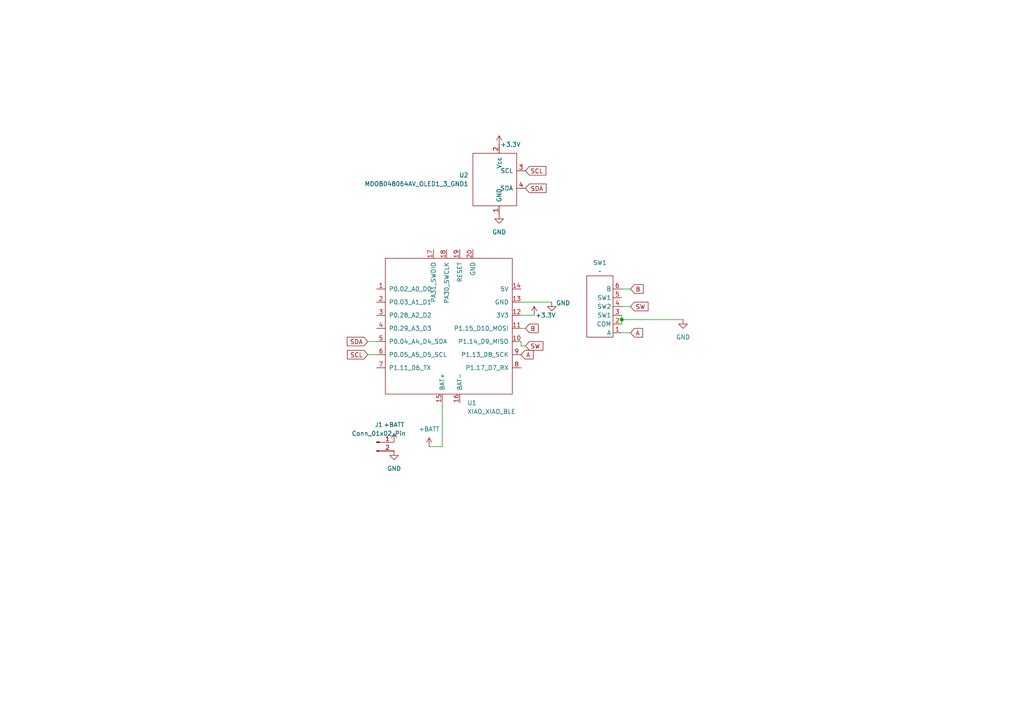
<source format=kicad_sch>
(kicad_sch
	(version 20250114)
	(generator "eeschema")
	(generator_version "9.0")
	(uuid "78fe80f1-ecc9-47ae-831c-a4e55f0ae4ab")
	(paper "A4")
	(lib_symbols
		(symbol "Connector:Conn_01x02_Pin"
			(pin_names
				(offset 1.016)
				(hide yes)
			)
			(exclude_from_sim no)
			(in_bom yes)
			(on_board yes)
			(property "Reference" "J"
				(at 0 2.54 0)
				(effects
					(font
						(size 1.27 1.27)
					)
				)
			)
			(property "Value" "Conn_01x02_Pin"
				(at 0 -5.08 0)
				(effects
					(font
						(size 1.27 1.27)
					)
				)
			)
			(property "Footprint" ""
				(at 0 0 0)
				(effects
					(font
						(size 1.27 1.27)
					)
					(hide yes)
				)
			)
			(property "Datasheet" "~"
				(at 0 0 0)
				(effects
					(font
						(size 1.27 1.27)
					)
					(hide yes)
				)
			)
			(property "Description" "Generic connector, single row, 01x02, script generated"
				(at 0 0 0)
				(effects
					(font
						(size 1.27 1.27)
					)
					(hide yes)
				)
			)
			(property "ki_locked" ""
				(at 0 0 0)
				(effects
					(font
						(size 1.27 1.27)
					)
				)
			)
			(property "ki_keywords" "connector"
				(at 0 0 0)
				(effects
					(font
						(size 1.27 1.27)
					)
					(hide yes)
				)
			)
			(property "ki_fp_filters" "Connector*:*_1x??_*"
				(at 0 0 0)
				(effects
					(font
						(size 1.27 1.27)
					)
					(hide yes)
				)
			)
			(symbol "Conn_01x02_Pin_1_1"
				(rectangle
					(start 0.8636 0.127)
					(end 0 -0.127)
					(stroke
						(width 0.1524)
						(type default)
					)
					(fill
						(type outline)
					)
				)
				(rectangle
					(start 0.8636 -2.413)
					(end 0 -2.667)
					(stroke
						(width 0.1524)
						(type default)
					)
					(fill
						(type outline)
					)
				)
				(polyline
					(pts
						(xy 1.27 0) (xy 0.8636 0)
					)
					(stroke
						(width 0.1524)
						(type default)
					)
					(fill
						(type none)
					)
				)
				(polyline
					(pts
						(xy 1.27 -2.54) (xy 0.8636 -2.54)
					)
					(stroke
						(width 0.1524)
						(type default)
					)
					(fill
						(type none)
					)
				)
				(pin passive line
					(at 5.08 0 180)
					(length 3.81)
					(name "Pin_1"
						(effects
							(font
								(size 1.27 1.27)
							)
						)
					)
					(number "1"
						(effects
							(font
								(size 1.27 1.27)
							)
						)
					)
				)
				(pin passive line
					(at 5.08 -2.54 180)
					(length 3.81)
					(name "Pin_2"
						(effects
							(font
								(size 1.27 1.27)
							)
						)
					)
					(number "2"
						(effects
							(font
								(size 1.27 1.27)
							)
						)
					)
				)
			)
			(embedded_fonts no)
		)
		(symbol "bookmark:EVQWKL001"
			(exclude_from_sim no)
			(in_bom yes)
			(on_board yes)
			(property "Reference" "SW"
				(at 0 8.382 0)
				(effects
					(font
						(size 1.27 1.27)
					)
				)
			)
			(property "Value" ""
				(at 0 0 0)
				(effects
					(font
						(size 1.27 1.27)
					)
				)
			)
			(property "Footprint" ""
				(at 0 0 0)
				(effects
					(font
						(size 1.27 1.27)
					)
					(hide yes)
				)
			)
			(property "Datasheet" ""
				(at 0 0 0)
				(effects
					(font
						(size 1.27 1.27)
					)
					(hide yes)
				)
			)
			(property "Description" ""
				(at 0 0 0)
				(effects
					(font
						(size 1.27 1.27)
					)
					(hide yes)
				)
			)
			(symbol "EVQWKL001_0_1"
				(rectangle
					(start -2.54 10.16)
					(end 5.08 -7.62)
					(stroke
						(width 0)
						(type default)
					)
					(fill
						(type none)
					)
				)
			)
			(symbol "EVQWKL001_1_1"
				(pin input line
					(at 7.62 6.35 180)
					(length 2.54)
					(name "B"
						(effects
							(font
								(size 1.27 1.27)
							)
						)
					)
					(number "6"
						(effects
							(font
								(size 1.27 1.27)
							)
						)
					)
				)
				(pin input line
					(at 7.62 3.81 180)
					(length 2.54)
					(name "SW1"
						(effects
							(font
								(size 1.27 1.27)
							)
						)
					)
					(number "5"
						(effects
							(font
								(size 1.27 1.27)
							)
						)
					)
				)
				(pin input line
					(at 7.62 1.27 180)
					(length 2.54)
					(name "SW2"
						(effects
							(font
								(size 1.27 1.27)
							)
						)
					)
					(number "4"
						(effects
							(font
								(size 1.27 1.27)
							)
						)
					)
				)
				(pin input line
					(at 7.62 -1.27 180)
					(length 2.54)
					(name "SW1"
						(effects
							(font
								(size 1.27 1.27)
							)
						)
					)
					(number "3"
						(effects
							(font
								(size 1.27 1.27)
							)
						)
					)
				)
				(pin input line
					(at 7.62 -3.81 180)
					(length 2.54)
					(name "COM"
						(effects
							(font
								(size 1.27 1.27)
							)
						)
					)
					(number "2"
						(effects
							(font
								(size 1.27 1.27)
							)
						)
					)
				)
				(pin input line
					(at 7.62 -6.35 180)
					(length 2.54)
					(name "A"
						(effects
							(font
								(size 1.27 1.27)
							)
						)
					)
					(number "1"
						(effects
							(font
								(size 1.27 1.27)
							)
						)
					)
				)
			)
			(embedded_fonts no)
		)
		(symbol "bookmark:OLED1_3_GND1-MDOB048064AV"
			(pin_names
				(offset 1.016)
			)
			(exclude_from_sim no)
			(in_bom yes)
			(on_board yes)
			(property "Reference" "U"
				(at 0 0 0)
				(effects
					(font
						(size 1.27 1.27)
					)
				)
			)
			(property "Value" "MDOB048064AV_OLED1_3_GND1"
				(at -5.08 0 90)
				(effects
					(font
						(size 1.27 1.27)
					)
				)
			)
			(property "Footprint" "KiCad_imports:OLED1_3"
				(at 0 0 0)
				(effects
					(font
						(size 1.27 1.27)
					)
					(hide yes)
				)
			)
			(property "Datasheet" ""
				(at 0 0 0)
				(effects
					(font
						(size 1.27 1.27)
					)
					(hide yes)
				)
			)
			(property "Description" ""
				(at 0 0 0)
				(effects
					(font
						(size 1.27 1.27)
					)
					(hide yes)
				)
			)
			(symbol "OLED1_3_GND1-MDOB048064AV_0_0"
				(pin power_in line
					(at 0 10.16 270)
					(length 2.54)
					(name "Vcc"
						(effects
							(font
								(size 1.27 1.27)
							)
						)
					)
					(number "2"
						(effects
							(font
								(size 1.27 1.27)
							)
						)
					)
				)
				(pin power_in line
					(at 0 -10.16 90)
					(length 2.54)
					(name "GND"
						(effects
							(font
								(size 1.27 1.27)
							)
						)
					)
					(number "1"
						(effects
							(font
								(size 1.27 1.27)
							)
						)
					)
				)
				(pin bidirectional line
					(at 7.62 2.54 180)
					(length 2.54)
					(name "SCL"
						(effects
							(font
								(size 1.27 1.27)
							)
						)
					)
					(number "3"
						(effects
							(font
								(size 1.27 1.27)
							)
						)
					)
				)
				(pin bidirectional line
					(at 7.62 -2.54 180)
					(length 2.54)
					(name "SDA"
						(effects
							(font
								(size 1.27 1.27)
							)
						)
					)
					(number "4"
						(effects
							(font
								(size 1.27 1.27)
							)
						)
					)
				)
			)
			(symbol "OLED1_3_GND1-MDOB048064AV_0_1"
				(rectangle
					(start -7.62 7.62)
					(end 5.08 -7.62)
					(stroke
						(width 0)
						(type solid)
					)
					(fill
						(type none)
					)
				)
			)
			(embedded_fonts no)
		)
		(symbol "bookmark:XIAO_BLE-XIAO"
			(pin_names
				(offset 1.016)
			)
			(exclude_from_sim no)
			(in_bom yes)
			(on_board yes)
			(property "Reference" "U"
				(at -19.05 22.86 0)
				(effects
					(font
						(size 1.27 1.27)
					)
				)
			)
			(property "Value" "XIAO_XIAO_BLE"
				(at -12.7 21.59 0)
				(effects
					(font
						(size 1.27 1.27)
					)
				)
			)
			(property "Footprint" "XIAO:Seeeduino XIAO-MOUDLE14P-2.54-21X17.8MM"
				(at -8.89 5.08 0)
				(effects
					(font
						(size 1.27 1.27)
					)
					(hide yes)
				)
			)
			(property "Datasheet" ""
				(at -8.89 5.08 0)
				(effects
					(font
						(size 1.27 1.27)
					)
					(hide yes)
				)
			)
			(property "Description" ""
				(at 0 0 0)
				(effects
					(font
						(size 1.27 1.27)
					)
					(hide yes)
				)
			)
			(symbol "XIAO_BLE-XIAO_0_1"
				(rectangle
					(start -19.05 20.32)
					(end 17.78 -19.05)
					(stroke
						(width 0)
						(type solid)
					)
					(fill
						(type none)
					)
				)
			)
			(symbol "XIAO_BLE-XIAO_1_1"
				(pin bidirectional line
					(at -21.59 11.43 0)
					(length 2.54)
					(name "P0.02_A0_D0"
						(effects
							(font
								(size 1.27 1.27)
							)
						)
					)
					(number "1"
						(effects
							(font
								(size 1.27 1.27)
							)
						)
					)
				)
				(pin bidirectional line
					(at -21.59 7.62 0)
					(length 2.54)
					(name "P0.03_A1_D1"
						(effects
							(font
								(size 1.27 1.27)
							)
						)
					)
					(number "2"
						(effects
							(font
								(size 1.27 1.27)
							)
						)
					)
				)
				(pin bidirectional line
					(at -21.59 3.81 0)
					(length 2.54)
					(name "P0.28_A2_D2"
						(effects
							(font
								(size 1.27 1.27)
							)
						)
					)
					(number "3"
						(effects
							(font
								(size 1.27 1.27)
							)
						)
					)
				)
				(pin bidirectional line
					(at -21.59 0 0)
					(length 2.54)
					(name "P0.29_A3_D3"
						(effects
							(font
								(size 1.27 1.27)
							)
						)
					)
					(number "4"
						(effects
							(font
								(size 1.27 1.27)
							)
						)
					)
				)
				(pin bidirectional line
					(at -21.59 -3.81 0)
					(length 2.54)
					(name "P0.04_A4_D4_SDA"
						(effects
							(font
								(size 1.27 1.27)
							)
						)
					)
					(number "5"
						(effects
							(font
								(size 1.27 1.27)
							)
						)
					)
				)
				(pin bidirectional line
					(at -21.59 -7.62 0)
					(length 2.54)
					(name "P0.05_A5_D5_SCL"
						(effects
							(font
								(size 1.27 1.27)
							)
						)
					)
					(number "6"
						(effects
							(font
								(size 1.27 1.27)
							)
						)
					)
				)
				(pin bidirectional line
					(at -21.59 -11.43 0)
					(length 2.54)
					(name "P1.11_D6_TX"
						(effects
							(font
								(size 1.27 1.27)
							)
						)
					)
					(number "7"
						(effects
							(font
								(size 1.27 1.27)
							)
						)
					)
				)
				(pin input line
					(at -5.08 22.86 270)
					(length 2.54)
					(name "PA31_SWDIO"
						(effects
							(font
								(size 1.27 1.27)
							)
						)
					)
					(number "17"
						(effects
							(font
								(size 1.27 1.27)
							)
						)
					)
				)
				(pin power_in line
					(at -2.54 -21.59 90)
					(length 2.54)
					(name "BAT+"
						(effects
							(font
								(size 1.27 1.27)
							)
						)
					)
					(number "15"
						(effects
							(font
								(size 1.27 1.27)
							)
						)
					)
				)
				(pin input line
					(at -1.27 22.86 270)
					(length 2.54)
					(name "PA30_SWCLK"
						(effects
							(font
								(size 1.27 1.27)
							)
						)
					)
					(number "18"
						(effects
							(font
								(size 1.27 1.27)
							)
						)
					)
				)
				(pin input line
					(at 2.54 22.86 270)
					(length 2.54)
					(name "RESET"
						(effects
							(font
								(size 1.27 1.27)
							)
						)
					)
					(number "19"
						(effects
							(font
								(size 1.27 1.27)
							)
						)
					)
				)
				(pin power_in line
					(at 2.54 -21.59 90)
					(length 2.54)
					(name "BAT-"
						(effects
							(font
								(size 1.27 1.27)
							)
						)
					)
					(number "16"
						(effects
							(font
								(size 1.27 1.27)
							)
						)
					)
				)
				(pin power_out line
					(at 6.35 22.86 270)
					(length 2.54)
					(name "GND"
						(effects
							(font
								(size 1.27 1.27)
							)
						)
					)
					(number "20"
						(effects
							(font
								(size 1.27 1.27)
							)
						)
					)
				)
				(pin power_out line
					(at 20.32 11.43 180)
					(length 2.54)
					(name "5V"
						(effects
							(font
								(size 1.27 1.27)
							)
						)
					)
					(number "14"
						(effects
							(font
								(size 1.27 1.27)
							)
						)
					)
				)
				(pin power_out line
					(at 20.32 7.62 180)
					(length 2.54)
					(name "GND"
						(effects
							(font
								(size 1.27 1.27)
							)
						)
					)
					(number "13"
						(effects
							(font
								(size 1.27 1.27)
							)
						)
					)
				)
				(pin power_out line
					(at 20.32 3.81 180)
					(length 2.54)
					(name "3V3"
						(effects
							(font
								(size 1.27 1.27)
							)
						)
					)
					(number "12"
						(effects
							(font
								(size 1.27 1.27)
							)
						)
					)
				)
				(pin bidirectional line
					(at 20.32 0 180)
					(length 2.54)
					(name "P1.15_D10_MOSI"
						(effects
							(font
								(size 1.27 1.27)
							)
						)
					)
					(number "11"
						(effects
							(font
								(size 1.27 1.27)
							)
						)
					)
				)
				(pin bidirectional line
					(at 20.32 -3.81 180)
					(length 2.54)
					(name "P1.14_D9_MISO"
						(effects
							(font
								(size 1.27 1.27)
							)
						)
					)
					(number "10"
						(effects
							(font
								(size 1.27 1.27)
							)
						)
					)
				)
				(pin bidirectional line
					(at 20.32 -7.62 180)
					(length 2.54)
					(name "P1.13_D8_SCK"
						(effects
							(font
								(size 1.27 1.27)
							)
						)
					)
					(number "9"
						(effects
							(font
								(size 1.27 1.27)
							)
						)
					)
				)
				(pin bidirectional line
					(at 20.32 -11.43 180)
					(length 2.54)
					(name "P1.17_D7_RX"
						(effects
							(font
								(size 1.27 1.27)
							)
						)
					)
					(number "8"
						(effects
							(font
								(size 1.27 1.27)
							)
						)
					)
				)
			)
			(embedded_fonts no)
		)
		(symbol "power:+3.3V"
			(power)
			(pin_numbers
				(hide yes)
			)
			(pin_names
				(offset 0)
				(hide yes)
			)
			(exclude_from_sim no)
			(in_bom yes)
			(on_board yes)
			(property "Reference" "#PWR"
				(at 0 -3.81 0)
				(effects
					(font
						(size 1.27 1.27)
					)
					(hide yes)
				)
			)
			(property "Value" "+3.3V"
				(at 0 3.556 0)
				(effects
					(font
						(size 1.27 1.27)
					)
				)
			)
			(property "Footprint" ""
				(at 0 0 0)
				(effects
					(font
						(size 1.27 1.27)
					)
					(hide yes)
				)
			)
			(property "Datasheet" ""
				(at 0 0 0)
				(effects
					(font
						(size 1.27 1.27)
					)
					(hide yes)
				)
			)
			(property "Description" "Power symbol creates a global label with name \"+3.3V\""
				(at 0 0 0)
				(effects
					(font
						(size 1.27 1.27)
					)
					(hide yes)
				)
			)
			(property "ki_keywords" "global power"
				(at 0 0 0)
				(effects
					(font
						(size 1.27 1.27)
					)
					(hide yes)
				)
			)
			(symbol "+3.3V_0_1"
				(polyline
					(pts
						(xy -0.762 1.27) (xy 0 2.54)
					)
					(stroke
						(width 0)
						(type default)
					)
					(fill
						(type none)
					)
				)
				(polyline
					(pts
						(xy 0 2.54) (xy 0.762 1.27)
					)
					(stroke
						(width 0)
						(type default)
					)
					(fill
						(type none)
					)
				)
				(polyline
					(pts
						(xy 0 0) (xy 0 2.54)
					)
					(stroke
						(width 0)
						(type default)
					)
					(fill
						(type none)
					)
				)
			)
			(symbol "+3.3V_1_1"
				(pin power_in line
					(at 0 0 90)
					(length 0)
					(name "~"
						(effects
							(font
								(size 1.27 1.27)
							)
						)
					)
					(number "1"
						(effects
							(font
								(size 1.27 1.27)
							)
						)
					)
				)
			)
			(embedded_fonts no)
		)
		(symbol "power:+BATT"
			(power)
			(pin_numbers
				(hide yes)
			)
			(pin_names
				(offset 0)
				(hide yes)
			)
			(exclude_from_sim no)
			(in_bom yes)
			(on_board yes)
			(property "Reference" "#PWR"
				(at 0 -3.81 0)
				(effects
					(font
						(size 1.27 1.27)
					)
					(hide yes)
				)
			)
			(property "Value" "+BATT"
				(at 0 3.556 0)
				(effects
					(font
						(size 1.27 1.27)
					)
				)
			)
			(property "Footprint" ""
				(at 0 0 0)
				(effects
					(font
						(size 1.27 1.27)
					)
					(hide yes)
				)
			)
			(property "Datasheet" ""
				(at 0 0 0)
				(effects
					(font
						(size 1.27 1.27)
					)
					(hide yes)
				)
			)
			(property "Description" "Power symbol creates a global label with name \"+BATT\""
				(at 0 0 0)
				(effects
					(font
						(size 1.27 1.27)
					)
					(hide yes)
				)
			)
			(property "ki_keywords" "global power battery"
				(at 0 0 0)
				(effects
					(font
						(size 1.27 1.27)
					)
					(hide yes)
				)
			)
			(symbol "+BATT_0_1"
				(polyline
					(pts
						(xy -0.762 1.27) (xy 0 2.54)
					)
					(stroke
						(width 0)
						(type default)
					)
					(fill
						(type none)
					)
				)
				(polyline
					(pts
						(xy 0 2.54) (xy 0.762 1.27)
					)
					(stroke
						(width 0)
						(type default)
					)
					(fill
						(type none)
					)
				)
				(polyline
					(pts
						(xy 0 0) (xy 0 2.54)
					)
					(stroke
						(width 0)
						(type default)
					)
					(fill
						(type none)
					)
				)
			)
			(symbol "+BATT_1_1"
				(pin power_in line
					(at 0 0 90)
					(length 0)
					(name "~"
						(effects
							(font
								(size 1.27 1.27)
							)
						)
					)
					(number "1"
						(effects
							(font
								(size 1.27 1.27)
							)
						)
					)
				)
			)
			(embedded_fonts no)
		)
		(symbol "power:GND"
			(power)
			(pin_numbers
				(hide yes)
			)
			(pin_names
				(offset 0)
				(hide yes)
			)
			(exclude_from_sim no)
			(in_bom yes)
			(on_board yes)
			(property "Reference" "#PWR"
				(at 0 -6.35 0)
				(effects
					(font
						(size 1.27 1.27)
					)
					(hide yes)
				)
			)
			(property "Value" "GND"
				(at 0 -3.81 0)
				(effects
					(font
						(size 1.27 1.27)
					)
				)
			)
			(property "Footprint" ""
				(at 0 0 0)
				(effects
					(font
						(size 1.27 1.27)
					)
					(hide yes)
				)
			)
			(property "Datasheet" ""
				(at 0 0 0)
				(effects
					(font
						(size 1.27 1.27)
					)
					(hide yes)
				)
			)
			(property "Description" "Power symbol creates a global label with name \"GND\" , ground"
				(at 0 0 0)
				(effects
					(font
						(size 1.27 1.27)
					)
					(hide yes)
				)
			)
			(property "ki_keywords" "global power"
				(at 0 0 0)
				(effects
					(font
						(size 1.27 1.27)
					)
					(hide yes)
				)
			)
			(symbol "GND_0_1"
				(polyline
					(pts
						(xy 0 0) (xy 0 -1.27) (xy 1.27 -1.27) (xy 0 -2.54) (xy -1.27 -1.27) (xy 0 -1.27)
					)
					(stroke
						(width 0)
						(type default)
					)
					(fill
						(type none)
					)
				)
			)
			(symbol "GND_1_1"
				(pin power_in line
					(at 0 0 270)
					(length 0)
					(name "~"
						(effects
							(font
								(size 1.27 1.27)
							)
						)
					)
					(number "1"
						(effects
							(font
								(size 1.27 1.27)
							)
						)
					)
				)
			)
			(embedded_fonts no)
		)
	)
	(junction
		(at 180.34 92.71)
		(diameter 0)
		(color 0 0 0 0)
		(uuid "a3fc1cd9-cd6e-454e-8399-2d3ffb2f309c")
	)
	(wire
		(pts
			(xy 151.13 100.33) (xy 151.13 99.06)
		)
		(stroke
			(width 0)
			(type default)
		)
		(uuid "11968109-878a-4741-8f60-f03d96b41ac9")
	)
	(wire
		(pts
			(xy 128.27 129.54) (xy 128.27 116.84)
		)
		(stroke
			(width 0)
			(type default)
		)
		(uuid "125be398-b132-41c6-9854-c40ee59d6d52")
	)
	(wire
		(pts
			(xy 180.34 92.71) (xy 180.34 93.98)
		)
		(stroke
			(width 0)
			(type default)
		)
		(uuid "12b1ec52-210f-44fc-bf7b-ad1f7dab8c74")
	)
	(wire
		(pts
			(xy 180.34 92.71) (xy 198.12 92.71)
		)
		(stroke
			(width 0)
			(type default)
		)
		(uuid "19789021-a829-4bee-ba3f-bc7a538abb17")
	)
	(wire
		(pts
			(xy 151.13 91.44) (xy 154.94 91.44)
		)
		(stroke
			(width 0)
			(type default)
		)
		(uuid "1d240854-fb74-417d-93d3-8bf6e01d5ed5")
	)
	(wire
		(pts
			(xy 160.02 87.63) (xy 151.13 87.63)
		)
		(stroke
			(width 0)
			(type default)
		)
		(uuid "672de6a3-ae43-4d89-b4d0-f764abca8482")
	)
	(wire
		(pts
			(xy 124.46 129.54) (xy 128.27 129.54)
		)
		(stroke
			(width 0)
			(type default)
		)
		(uuid "718b57e9-6895-480f-aafe-927ea416fd28")
	)
	(wire
		(pts
			(xy 182.88 96.52) (xy 180.34 96.52)
		)
		(stroke
			(width 0)
			(type default)
		)
		(uuid "8b588613-64cc-4824-a3dd-8b9bcb8c3498")
	)
	(wire
		(pts
			(xy 180.34 88.9) (xy 182.88 88.9)
		)
		(stroke
			(width 0)
			(type default)
		)
		(uuid "8f654504-8fcf-4b1a-bcd7-9c8452ce3f2b")
	)
	(wire
		(pts
			(xy 106.68 102.87) (xy 109.22 102.87)
		)
		(stroke
			(width 0)
			(type default)
		)
		(uuid "911ffd6f-8dc5-410a-a6e7-057aa44c9dba")
	)
	(wire
		(pts
			(xy 152.4 100.33) (xy 151.13 100.33)
		)
		(stroke
			(width 0)
			(type default)
		)
		(uuid "a7d13c25-33ff-4927-8a11-1dc5c5b26ad3")
	)
	(wire
		(pts
			(xy 152.4 95.25) (xy 151.13 95.25)
		)
		(stroke
			(width 0)
			(type default)
		)
		(uuid "ade4d035-ade9-4601-b3de-eef41d5fa0da")
	)
	(wire
		(pts
			(xy 106.68 99.06) (xy 109.22 99.06)
		)
		(stroke
			(width 0)
			(type default)
		)
		(uuid "b59399ac-acf5-4e1e-8593-d21c4946b2e3")
	)
	(wire
		(pts
			(xy 182.88 83.82) (xy 180.34 83.82)
		)
		(stroke
			(width 0)
			(type default)
		)
		(uuid "cd3c23ae-2678-4bb3-aa02-f3d38b62831b")
	)
	(wire
		(pts
			(xy 180.34 91.44) (xy 180.34 92.71)
		)
		(stroke
			(width 0)
			(type default)
		)
		(uuid "f5db8bf4-377b-4646-9086-9dba569392ad")
	)
	(global_label "SCL"
		(shape input)
		(at 106.68 102.87 180)
		(fields_autoplaced yes)
		(effects
			(font
				(size 1.27 1.27)
			)
			(justify right)
		)
		(uuid "0e9772de-afc4-4923-87d2-e5b34fa723c1")
		(property "Intersheetrefs" "${INTERSHEET_REFS}"
			(at 100.1872 102.87 0)
			(effects
				(font
					(size 1.27 1.27)
				)
				(justify right)
				(hide yes)
			)
		)
	)
	(global_label "A"
		(shape input)
		(at 151.13 102.87 0)
		(fields_autoplaced yes)
		(effects
			(font
				(size 1.27 1.27)
			)
			(justify left)
		)
		(uuid "2f1ac8e1-056b-4e13-8442-f2c676d52c01")
		(property "Intersheetrefs" "${INTERSHEET_REFS}"
			(at 155.2038 102.87 0)
			(effects
				(font
					(size 1.27 1.27)
				)
				(justify left)
				(hide yes)
			)
		)
	)
	(global_label "SW"
		(shape input)
		(at 182.88 88.9 0)
		(fields_autoplaced yes)
		(effects
			(font
				(size 1.27 1.27)
			)
			(justify left)
		)
		(uuid "3ece938b-b5c6-46d3-92bc-557b5d9cde77")
		(property "Intersheetrefs" "${INTERSHEET_REFS}"
			(at 188.5261 88.9 0)
			(effects
				(font
					(size 1.27 1.27)
				)
				(justify left)
				(hide yes)
			)
		)
	)
	(global_label "B"
		(shape input)
		(at 152.4 95.25 0)
		(fields_autoplaced yes)
		(effects
			(font
				(size 1.27 1.27)
			)
			(justify left)
		)
		(uuid "55944f3e-b7bf-4628-8275-47ff58c769be")
		(property "Intersheetrefs" "${INTERSHEET_REFS}"
			(at 156.6552 95.25 0)
			(effects
				(font
					(size 1.27 1.27)
				)
				(justify left)
				(hide yes)
			)
		)
	)
	(global_label "SCL"
		(shape input)
		(at 152.4 49.53 0)
		(fields_autoplaced yes)
		(effects
			(font
				(size 1.27 1.27)
			)
			(justify left)
		)
		(uuid "6491e7e7-59b9-4644-84a0-8d8ededae100")
		(property "Intersheetrefs" "${INTERSHEET_REFS}"
			(at 158.8928 49.53 0)
			(effects
				(font
					(size 1.27 1.27)
				)
				(justify left)
				(hide yes)
			)
		)
	)
	(global_label "SDA"
		(shape input)
		(at 152.4 54.61 0)
		(fields_autoplaced yes)
		(effects
			(font
				(size 1.27 1.27)
			)
			(justify left)
		)
		(uuid "7732aef4-d5ed-4f76-93e2-1885b846fc08")
		(property "Intersheetrefs" "${INTERSHEET_REFS}"
			(at 158.9533 54.61 0)
			(effects
				(font
					(size 1.27 1.27)
				)
				(justify left)
				(hide yes)
			)
		)
	)
	(global_label "SW"
		(shape input)
		(at 152.4 100.33 0)
		(fields_autoplaced yes)
		(effects
			(font
				(size 1.27 1.27)
			)
			(justify left)
		)
		(uuid "a9ff5bcc-a270-40df-aa27-197f66bcdc59")
		(property "Intersheetrefs" "${INTERSHEET_REFS}"
			(at 158.0461 100.33 0)
			(effects
				(font
					(size 1.27 1.27)
				)
				(justify left)
				(hide yes)
			)
		)
	)
	(global_label "B"
		(shape input)
		(at 182.88 83.82 0)
		(fields_autoplaced yes)
		(effects
			(font
				(size 1.27 1.27)
			)
			(justify left)
		)
		(uuid "bd5194a3-e002-4598-a848-7cfeb7a283b3")
		(property "Intersheetrefs" "${INTERSHEET_REFS}"
			(at 187.1352 83.82 0)
			(effects
				(font
					(size 1.27 1.27)
				)
				(justify left)
				(hide yes)
			)
		)
	)
	(global_label "SDA"
		(shape input)
		(at 106.68 99.06 180)
		(fields_autoplaced yes)
		(effects
			(font
				(size 1.27 1.27)
			)
			(justify right)
		)
		(uuid "d73517a1-65a0-4ab5-b031-72683f6a6eac")
		(property "Intersheetrefs" "${INTERSHEET_REFS}"
			(at 100.1267 99.06 0)
			(effects
				(font
					(size 1.27 1.27)
				)
				(justify right)
				(hide yes)
			)
		)
	)
	(global_label "A"
		(shape input)
		(at 182.88 96.52 0)
		(fields_autoplaced yes)
		(effects
			(font
				(size 1.27 1.27)
			)
			(justify left)
		)
		(uuid "e0b99da9-18f9-4d3b-b37b-9f62d063d79e")
		(property "Intersheetrefs" "${INTERSHEET_REFS}"
			(at 186.9538 96.52 0)
			(effects
				(font
					(size 1.27 1.27)
				)
				(justify left)
				(hide yes)
			)
		)
	)
	(symbol
		(lib_id "power:GND")
		(at 160.02 87.63 0)
		(unit 1)
		(exclude_from_sim no)
		(in_bom yes)
		(on_board yes)
		(dnp no)
		(uuid "0b842588-d192-4090-87b7-29d767c4c154")
		(property "Reference" "#PWR02"
			(at 160.02 93.98 0)
			(effects
				(font
					(size 1.27 1.27)
				)
				(hide yes)
			)
		)
		(property "Value" "GND"
			(at 163.322 87.884 0)
			(effects
				(font
					(size 1.27 1.27)
				)
			)
		)
		(property "Footprint" ""
			(at 160.02 87.63 0)
			(effects
				(font
					(size 1.27 1.27)
				)
				(hide yes)
			)
		)
		(property "Datasheet" ""
			(at 160.02 87.63 0)
			(effects
				(font
					(size 1.27 1.27)
				)
				(hide yes)
			)
		)
		(property "Description" "Power symbol creates a global label with name \"GND\" , ground"
			(at 160.02 87.63 0)
			(effects
				(font
					(size 1.27 1.27)
				)
				(hide yes)
			)
		)
		(pin "1"
			(uuid "96e2b684-0215-49b5-9189-71ea9a506502")
		)
		(instances
			(project ""
				(path "/78fe80f1-ecc9-47ae-831c-a4e55f0ae4ab"
					(reference "#PWR02")
					(unit 1)
				)
			)
		)
	)
	(symbol
		(lib_id "bookmark:XIAO_BLE-XIAO")
		(at 130.81 95.25 0)
		(unit 1)
		(exclude_from_sim no)
		(in_bom yes)
		(on_board yes)
		(dnp no)
		(fields_autoplaced yes)
		(uuid "33a535e3-843f-4aa9-b99a-8d42eb57beaf")
		(property "Reference" "U1"
			(at 135.4933 116.84 0)
			(effects
				(font
					(size 1.27 1.27)
				)
				(justify left)
			)
		)
		(property "Value" "XIAO_XIAO_BLE"
			(at 135.4933 119.38 0)
			(effects
				(font
					(size 1.27 1.27)
				)
				(justify left)
			)
		)
		(property "Footprint" "bookmark:Seeeduino_XIAO-MOUDLE14P-2.54-21X17.8MM"
			(at 121.92 90.17 0)
			(effects
				(font
					(size 1.27 1.27)
				)
				(hide yes)
			)
		)
		(property "Datasheet" ""
			(at 121.92 90.17 0)
			(effects
				(font
					(size 1.27 1.27)
				)
				(hide yes)
			)
		)
		(property "Description" ""
			(at 130.81 95.25 0)
			(effects
				(font
					(size 1.27 1.27)
				)
				(hide yes)
			)
		)
		(pin "4"
			(uuid "239e5ddf-073b-4b15-9145-fd2193e1d1e6")
		)
		(pin "17"
			(uuid "1afc4a34-4edf-43c7-81ae-d6c6c8598390")
		)
		(pin "3"
			(uuid "8680f37a-44b4-463e-bf79-3520864c5618")
		)
		(pin "18"
			(uuid "33d2449d-a092-4619-a7bf-2f37c21182ff")
		)
		(pin "13"
			(uuid "b9c5a6f0-00fd-44f8-8aaa-fc7933b461d9")
		)
		(pin "12"
			(uuid "78840f72-3c6b-4426-98ab-4d29c1364017")
		)
		(pin "10"
			(uuid "92f29d7b-e430-4328-826e-26155c37ef35")
		)
		(pin "8"
			(uuid "604e6feb-35db-4824-bf17-15a8fbc85b8d")
		)
		(pin "19"
			(uuid "a4adfee0-b335-43ee-99a2-a1cd8084ea3b")
		)
		(pin "6"
			(uuid "4ac0aee2-7cb6-418b-b96e-0524201fdaf5")
		)
		(pin "14"
			(uuid "c51ade22-5e7d-46fe-a9c0-bfe58b0f622b")
		)
		(pin "2"
			(uuid "28b52811-d987-41d0-b5d1-e9df5cb36198")
		)
		(pin "5"
			(uuid "969af605-5858-4766-a60c-7cdf9d99e5a6")
		)
		(pin "7"
			(uuid "f66eaf79-797b-48f6-ba5a-65fd3f61ef68")
		)
		(pin "15"
			(uuid "c21eb45f-1572-4aec-88a1-9e321c96ef62")
		)
		(pin "11"
			(uuid "485f140f-cae1-44bf-b446-f8f3c8a05d92")
		)
		(pin "1"
			(uuid "879db9d2-0ea4-4957-90e9-22f2d382fd21")
		)
		(pin "16"
			(uuid "f20f920d-d475-43d1-82b9-ad43ebd89dab")
		)
		(pin "9"
			(uuid "f6f699e2-5342-4fb0-a5b1-f0ada0de29a7")
		)
		(pin "20"
			(uuid "f931e9a5-3478-449f-8b40-964cf00106d3")
		)
		(instances
			(project ""
				(path "/78fe80f1-ecc9-47ae-831c-a4e55f0ae4ab"
					(reference "U1")
					(unit 1)
				)
			)
		)
	)
	(symbol
		(lib_id "power:GND")
		(at 114.3 130.81 0)
		(unit 1)
		(exclude_from_sim no)
		(in_bom yes)
		(on_board yes)
		(dnp no)
		(fields_autoplaced yes)
		(uuid "4d60a076-798b-4c5c-82cf-2d5b82adc6f4")
		(property "Reference" "#PWR04"
			(at 114.3 137.16 0)
			(effects
				(font
					(size 1.27 1.27)
				)
				(hide yes)
			)
		)
		(property "Value" "GND"
			(at 114.3 135.89 0)
			(effects
				(font
					(size 1.27 1.27)
				)
			)
		)
		(property "Footprint" ""
			(at 114.3 130.81 0)
			(effects
				(font
					(size 1.27 1.27)
				)
				(hide yes)
			)
		)
		(property "Datasheet" ""
			(at 114.3 130.81 0)
			(effects
				(font
					(size 1.27 1.27)
				)
				(hide yes)
			)
		)
		(property "Description" "Power symbol creates a global label with name \"GND\" , ground"
			(at 114.3 130.81 0)
			(effects
				(font
					(size 1.27 1.27)
				)
				(hide yes)
			)
		)
		(pin "1"
			(uuid "3516e17d-c98f-45bc-81ff-c378d81d6499")
		)
		(instances
			(project ""
				(path "/78fe80f1-ecc9-47ae-831c-a4e55f0ae4ab"
					(reference "#PWR04")
					(unit 1)
				)
			)
		)
	)
	(symbol
		(lib_id "power:GND")
		(at 198.12 92.71 0)
		(unit 1)
		(exclude_from_sim no)
		(in_bom yes)
		(on_board yes)
		(dnp no)
		(fields_autoplaced yes)
		(uuid "512012d6-27dd-414a-819c-c31252a84bd2")
		(property "Reference" "#PWR01"
			(at 198.12 99.06 0)
			(effects
				(font
					(size 1.27 1.27)
				)
				(hide yes)
			)
		)
		(property "Value" "GND"
			(at 198.12 97.79 0)
			(effects
				(font
					(size 1.27 1.27)
				)
			)
		)
		(property "Footprint" ""
			(at 198.12 92.71 0)
			(effects
				(font
					(size 1.27 1.27)
				)
				(hide yes)
			)
		)
		(property "Datasheet" ""
			(at 198.12 92.71 0)
			(effects
				(font
					(size 1.27 1.27)
				)
				(hide yes)
			)
		)
		(property "Description" "Power symbol creates a global label with name \"GND\" , ground"
			(at 198.12 92.71 0)
			(effects
				(font
					(size 1.27 1.27)
				)
				(hide yes)
			)
		)
		(pin "1"
			(uuid "5922c721-6bdd-417f-b7ea-1043b4fb7ef3")
		)
		(instances
			(project ""
				(path "/78fe80f1-ecc9-47ae-831c-a4e55f0ae4ab"
					(reference "#PWR01")
					(unit 1)
				)
			)
		)
	)
	(symbol
		(lib_id "bookmark:EVQWKL001")
		(at 172.72 90.17 0)
		(unit 1)
		(exclude_from_sim no)
		(in_bom yes)
		(on_board yes)
		(dnp no)
		(fields_autoplaced yes)
		(uuid "977ee853-9961-4bfd-83fd-09a1acf9efc6")
		(property "Reference" "SW1"
			(at 173.99 76.2 0)
			(effects
				(font
					(size 1.27 1.27)
				)
			)
		)
		(property "Value" "~"
			(at 173.99 78.74 0)
			(effects
				(font
					(size 1.27 1.27)
				)
			)
		)
		(property "Footprint" "bookmark:EVQWKL001"
			(at 172.72 90.17 0)
			(effects
				(font
					(size 1.27 1.27)
				)
				(hide yes)
			)
		)
		(property "Datasheet" ""
			(at 172.72 90.17 0)
			(effects
				(font
					(size 1.27 1.27)
				)
				(hide yes)
			)
		)
		(property "Description" ""
			(at 172.72 90.17 0)
			(effects
				(font
					(size 1.27 1.27)
				)
				(hide yes)
			)
		)
		(pin "6"
			(uuid "7a943d48-a8fe-41ea-80e1-2a7c5a9bbc86")
		)
		(pin "4"
			(uuid "aedc1c51-2a5e-4110-a137-e4ec51d89142")
		)
		(pin "2"
			(uuid "58e6b414-211d-45e8-8cd6-33516194745f")
		)
		(pin "1"
			(uuid "99692493-85c8-4831-9036-fa43088792be")
		)
		(pin "5"
			(uuid "208f949b-2bbf-4d74-ad21-a2d140b5d5d4")
		)
		(pin "3"
			(uuid "bdc9a01a-900a-4fa9-bdbe-ee5db76c0c5e")
		)
		(instances
			(project ""
				(path "/78fe80f1-ecc9-47ae-831c-a4e55f0ae4ab"
					(reference "SW1")
					(unit 1)
				)
			)
		)
	)
	(symbol
		(lib_id "Connector:Conn_01x02_Pin")
		(at 109.22 128.27 0)
		(unit 1)
		(exclude_from_sim no)
		(in_bom yes)
		(on_board yes)
		(dnp no)
		(uuid "b5db7dfe-2da2-4051-84ae-dc2bf3c33a23")
		(property "Reference" "J1"
			(at 109.855 123.19 0)
			(effects
				(font
					(size 1.27 1.27)
				)
			)
		)
		(property "Value" "Conn_01x02_Pin"
			(at 109.855 125.73 0)
			(effects
				(font
					(size 1.27 1.27)
				)
			)
		)
		(property "Footprint" "Connector_JST:JST_PH_B2B-PH-SM4-TB_1x02-1MP_P2.00mm_Vertical"
			(at 109.22 128.27 0)
			(effects
				(font
					(size 1.27 1.27)
				)
				(hide yes)
			)
		)
		(property "Datasheet" "~"
			(at 109.22 128.27 0)
			(effects
				(font
					(size 1.27 1.27)
				)
				(hide yes)
			)
		)
		(property "Description" "Generic connector, single row, 01x02, script generated"
			(at 109.22 128.27 0)
			(effects
				(font
					(size 1.27 1.27)
				)
				(hide yes)
			)
		)
		(pin "1"
			(uuid "88de2fb2-0e2e-4186-9de4-f7a589ada8bb")
		)
		(pin "2"
			(uuid "1ecaa62c-0076-4eeb-8e5c-d41ae86c349c")
		)
		(instances
			(project ""
				(path "/78fe80f1-ecc9-47ae-831c-a4e55f0ae4ab"
					(reference "J1")
					(unit 1)
				)
			)
		)
	)
	(symbol
		(lib_id "power:GND")
		(at 144.78 62.23 0)
		(unit 1)
		(exclude_from_sim no)
		(in_bom yes)
		(on_board yes)
		(dnp no)
		(fields_autoplaced yes)
		(uuid "bcaaa0a7-592e-4b78-8de9-232a5c106840")
		(property "Reference" "#PWR06"
			(at 144.78 68.58 0)
			(effects
				(font
					(size 1.27 1.27)
				)
				(hide yes)
			)
		)
		(property "Value" "GND"
			(at 144.78 67.31 0)
			(effects
				(font
					(size 1.27 1.27)
				)
			)
		)
		(property "Footprint" ""
			(at 144.78 62.23 0)
			(effects
				(font
					(size 1.27 1.27)
				)
				(hide yes)
			)
		)
		(property "Datasheet" ""
			(at 144.78 62.23 0)
			(effects
				(font
					(size 1.27 1.27)
				)
				(hide yes)
			)
		)
		(property "Description" "Power symbol creates a global label with name \"GND\" , ground"
			(at 144.78 62.23 0)
			(effects
				(font
					(size 1.27 1.27)
				)
				(hide yes)
			)
		)
		(pin "1"
			(uuid "45fee843-f575-4e7e-8252-7567a3ee4026")
		)
		(instances
			(project "bookmark"
				(path "/78fe80f1-ecc9-47ae-831c-a4e55f0ae4ab"
					(reference "#PWR06")
					(unit 1)
				)
			)
		)
	)
	(symbol
		(lib_id "power:+BATT")
		(at 114.3 128.27 0)
		(unit 1)
		(exclude_from_sim no)
		(in_bom yes)
		(on_board yes)
		(dnp no)
		(fields_autoplaced yes)
		(uuid "d688bd67-90a1-43b9-b9b2-40e259f26142")
		(property "Reference" "#PWR03"
			(at 114.3 132.08 0)
			(effects
				(font
					(size 1.27 1.27)
				)
				(hide yes)
			)
		)
		(property "Value" "+BATT"
			(at 114.3 123.19 0)
			(effects
				(font
					(size 1.27 1.27)
				)
			)
		)
		(property "Footprint" ""
			(at 114.3 128.27 0)
			(effects
				(font
					(size 1.27 1.27)
				)
				(hide yes)
			)
		)
		(property "Datasheet" ""
			(at 114.3 128.27 0)
			(effects
				(font
					(size 1.27 1.27)
				)
				(hide yes)
			)
		)
		(property "Description" "Power symbol creates a global label with name \"+BATT\""
			(at 114.3 128.27 0)
			(effects
				(font
					(size 1.27 1.27)
				)
				(hide yes)
			)
		)
		(pin "1"
			(uuid "ce474b43-214e-4f15-bade-22284843d288")
		)
		(instances
			(project ""
				(path "/78fe80f1-ecc9-47ae-831c-a4e55f0ae4ab"
					(reference "#PWR03")
					(unit 1)
				)
			)
		)
	)
	(symbol
		(lib_id "power:+3.3V")
		(at 144.78 41.91 0)
		(unit 1)
		(exclude_from_sim no)
		(in_bom yes)
		(on_board yes)
		(dnp no)
		(uuid "dc73c517-5c4e-4535-8837-5f02d0c5485c")
		(property "Reference" "#PWR08"
			(at 144.78 45.72 0)
			(effects
				(font
					(size 1.27 1.27)
				)
				(hide yes)
			)
		)
		(property "Value" "+3.3V"
			(at 148.082 41.91 0)
			(effects
				(font
					(size 1.27 1.27)
				)
			)
		)
		(property "Footprint" ""
			(at 144.78 41.91 0)
			(effects
				(font
					(size 1.27 1.27)
				)
				(hide yes)
			)
		)
		(property "Datasheet" ""
			(at 144.78 41.91 0)
			(effects
				(font
					(size 1.27 1.27)
				)
				(hide yes)
			)
		)
		(property "Description" "Power symbol creates a global label with name \"+3.3V\""
			(at 144.78 41.91 0)
			(effects
				(font
					(size 1.27 1.27)
				)
				(hide yes)
			)
		)
		(pin "1"
			(uuid "975601ff-3d9f-4990-b521-801437129974")
		)
		(instances
			(project "bookmark"
				(path "/78fe80f1-ecc9-47ae-831c-a4e55f0ae4ab"
					(reference "#PWR08")
					(unit 1)
				)
			)
		)
	)
	(symbol
		(lib_id "bookmark:OLED1_3_GND1-MDOB048064AV")
		(at 144.78 52.07 0)
		(unit 1)
		(exclude_from_sim no)
		(in_bom yes)
		(on_board yes)
		(dnp no)
		(fields_autoplaced yes)
		(uuid "e4f7e462-a35e-47b3-96ba-fa8e50c99207")
		(property "Reference" "U2"
			(at 135.89 50.7999 0)
			(effects
				(font
					(size 1.27 1.27)
				)
				(justify right)
			)
		)
		(property "Value" "MDOB048064AV_OLED1_3_GND1"
			(at 135.89 53.3399 0)
			(effects
				(font
					(size 1.27 1.27)
				)
				(justify right)
			)
		)
		(property "Footprint" "bookmark:MDOB048064AV"
			(at 144.78 52.07 0)
			(effects
				(font
					(size 1.27 1.27)
				)
				(hide yes)
			)
		)
		(property "Datasheet" ""
			(at 144.78 52.07 0)
			(effects
				(font
					(size 1.27 1.27)
				)
				(hide yes)
			)
		)
		(property "Description" ""
			(at 144.78 52.07 0)
			(effects
				(font
					(size 1.27 1.27)
				)
				(hide yes)
			)
		)
		(pin "2"
			(uuid "1151c08a-60de-49bb-8ee9-a688061b8def")
		)
		(pin "3"
			(uuid "f3f054c4-a22a-4a09-a1de-d8b5f33ebdae")
		)
		(pin "1"
			(uuid "bf8ab8fd-6f60-42ee-8400-1eba114557ea")
		)
		(pin "4"
			(uuid "02175f4e-5a50-45f1-ae24-60e20b52f520")
		)
		(instances
			(project ""
				(path "/78fe80f1-ecc9-47ae-831c-a4e55f0ae4ab"
					(reference "U2")
					(unit 1)
				)
			)
		)
	)
	(symbol
		(lib_id "power:+3.3V")
		(at 154.94 91.44 0)
		(unit 1)
		(exclude_from_sim no)
		(in_bom yes)
		(on_board yes)
		(dnp no)
		(uuid "ed7e9086-1769-4e45-a333-82a4d426882a")
		(property "Reference" "#PWR07"
			(at 154.94 95.25 0)
			(effects
				(font
					(size 1.27 1.27)
				)
				(hide yes)
			)
		)
		(property "Value" "+3.3V"
			(at 158.242 91.44 0)
			(effects
				(font
					(size 1.27 1.27)
				)
			)
		)
		(property "Footprint" ""
			(at 154.94 91.44 0)
			(effects
				(font
					(size 1.27 1.27)
				)
				(hide yes)
			)
		)
		(property "Datasheet" ""
			(at 154.94 91.44 0)
			(effects
				(font
					(size 1.27 1.27)
				)
				(hide yes)
			)
		)
		(property "Description" "Power symbol creates a global label with name \"+3.3V\""
			(at 154.94 91.44 0)
			(effects
				(font
					(size 1.27 1.27)
				)
				(hide yes)
			)
		)
		(pin "1"
			(uuid "964ab28d-8fa3-42aa-8bd7-9ad04e9d25bf")
		)
		(instances
			(project ""
				(path "/78fe80f1-ecc9-47ae-831c-a4e55f0ae4ab"
					(reference "#PWR07")
					(unit 1)
				)
			)
		)
	)
	(symbol
		(lib_id "power:+BATT")
		(at 124.46 129.54 0)
		(unit 1)
		(exclude_from_sim no)
		(in_bom yes)
		(on_board yes)
		(dnp no)
		(fields_autoplaced yes)
		(uuid "f186e787-a692-4a72-ac3d-5838f6d18266")
		(property "Reference" "#PWR05"
			(at 124.46 133.35 0)
			(effects
				(font
					(size 1.27 1.27)
				)
				(hide yes)
			)
		)
		(property "Value" "+BATT"
			(at 124.46 124.46 0)
			(effects
				(font
					(size 1.27 1.27)
				)
			)
		)
		(property "Footprint" ""
			(at 124.46 129.54 0)
			(effects
				(font
					(size 1.27 1.27)
				)
				(hide yes)
			)
		)
		(property "Datasheet" ""
			(at 124.46 129.54 0)
			(effects
				(font
					(size 1.27 1.27)
				)
				(hide yes)
			)
		)
		(property "Description" "Power symbol creates a global label with name \"+BATT\""
			(at 124.46 129.54 0)
			(effects
				(font
					(size 1.27 1.27)
				)
				(hide yes)
			)
		)
		(pin "1"
			(uuid "27831e67-0791-4dc8-975a-f89f9ff67b8c")
		)
		(instances
			(project "bookmark"
				(path "/78fe80f1-ecc9-47ae-831c-a4e55f0ae4ab"
					(reference "#PWR05")
					(unit 1)
				)
			)
		)
	)
	(sheet_instances
		(path "/"
			(page "1")
		)
	)
	(embedded_fonts no)
)

</source>
